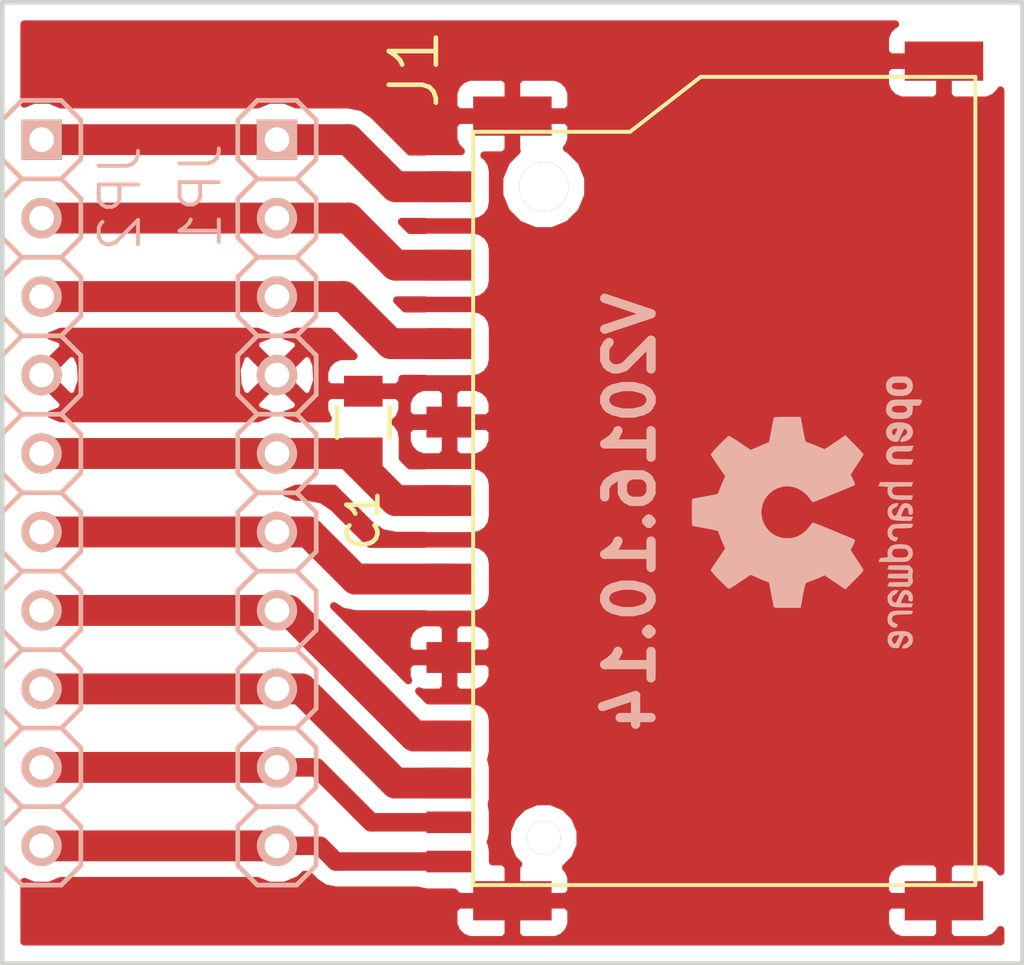
<source format=kicad_pcb>
(kicad_pcb (version 4) (host pcbnew 4.0.4+e1-6308~48~ubuntu16.04.1-stable)

  (general
    (links 27)
    (no_connects 0)
    (area 135.814999 45.009999 168.985001 76.275001)
    (thickness 1.6)
    (drawings 5)
    (tracks 39)
    (zones 0)
    (modules 5)
    (nets 11)
  )

  (page A4)
  (layers
    (0 F.Cu signal)
    (31 B.Cu signal)
    (32 B.Adhes user)
    (33 F.Adhes user)
    (34 B.Paste user)
    (35 F.Paste user)
    (36 B.SilkS user)
    (37 F.SilkS user)
    (38 B.Mask user)
    (39 F.Mask user)
    (40 Dwgs.User user)
    (41 Cmts.User user)
    (42 Eco1.User user)
    (43 Eco2.User user)
    (44 Edge.Cuts user)
    (45 Margin user)
    (46 B.CrtYd user)
    (47 F.CrtYd user)
    (48 B.Fab user)
    (49 F.Fab user)
  )

  (setup
    (last_trace_width 1)
    (user_trace_width 0.4)
    (user_trace_width 0.6)
    (user_trace_width 0.8)
    (user_trace_width 1)
    (user_trace_width 1.5)
    (trace_clearance 0.2)
    (zone_clearance 0.508)
    (zone_45_only no)
    (trace_min 0.2)
    (segment_width 0.2)
    (edge_width 0.15)
    (via_size 0.6)
    (via_drill 0.4)
    (via_min_size 0.4)
    (via_min_drill 0.3)
    (user_via 0.5 0.35)
    (user_via 0.6 0.4)
    (user_via 0.8 0.6)
    (user_via 1 0.8)
    (user_via 1.7 1.5)
    (uvia_size 0.3)
    (uvia_drill 0.1)
    (uvias_allowed no)
    (uvia_min_size 0.2)
    (uvia_min_drill 0.1)
    (pcb_text_width 0.3)
    (pcb_text_size 1.5 1.5)
    (mod_edge_width 0.15)
    (mod_text_size 1 1)
    (mod_text_width 0.15)
    (pad_size 1.524 1.524)
    (pad_drill 0.762)
    (pad_to_mask_clearance 0.2)
    (aux_axis_origin 0 0)
    (visible_elements FFFFFF7F)
    (pcbplotparams
      (layerselection 0x00030_80000001)
      (usegerberextensions false)
      (excludeedgelayer true)
      (linewidth 0.100000)
      (plotframeref false)
      (viasonmask false)
      (mode 1)
      (useauxorigin false)
      (hpglpennumber 1)
      (hpglpenspeed 20)
      (hpglpendiameter 15)
      (hpglpenoverlay 2)
      (psnegative false)
      (psa4output false)
      (plotreference true)
      (plotvalue true)
      (plotinvisibletext false)
      (padsonsilk false)
      (subtractmaskfromsilk false)
      (outputformat 1)
      (mirror false)
      (drillshape 1)
      (scaleselection 1)
      (outputdirectory ""))
  )

  (net 0 "")
  (net 1 GND)
  (net 2 +3V3)
  (net 3 "Net-(J1-Pad2)")
  (net 4 "Net-(J1-Pad9)")
  (net 5 "Net-(J1-Pad1)")
  (net 6 "Net-(J1-Pad5)")
  (net 7 "Net-(J1-Pad7)")
  (net 8 "Net-(J1-Pad8)")
  (net 9 "Net-(J1-PadCD)")
  (net 10 "Net-(J1-PadWP)")

  (net_class Default "This is the default net class."
    (clearance 0.2)
    (trace_width 0.25)
    (via_dia 0.6)
    (via_drill 0.4)
    (uvia_dia 0.3)
    (uvia_drill 0.1)
    (add_net +3V3)
    (add_net GND)
    (add_net "Net-(J1-Pad1)")
    (add_net "Net-(J1-Pad2)")
    (add_net "Net-(J1-Pad5)")
    (add_net "Net-(J1-Pad7)")
    (add_net "Net-(J1-Pad8)")
    (add_net "Net-(J1-Pad9)")
    (add_net "Net-(J1-PadCD)")
    (add_net "Net-(J1-PadWP)")
  )

  (module Capacitors_SMD:C_0805 (layer F.Cu) (tedit 57FE9B14) (tstamp 57FE92D0)
    (at 147.574 58.674 90)
    (descr "Capacitor SMD 0805, reflow soldering, AVX (see smccp.pdf)")
    (tags "capacitor 0805")
    (path /57FE9127)
    (attr smd)
    (fp_text reference C1 (at -3.175 0 90) (layer F.SilkS)
      (effects (font (size 1 1) (thickness 0.15)))
    )
    (fp_text value 1u (at 3.175 0 90) (layer F.Fab)
      (effects (font (size 1 1) (thickness 0.15)))
    )
    (fp_line (start -1 0.625) (end -1 -0.625) (layer F.Fab) (width 0.15))
    (fp_line (start 1 0.625) (end -1 0.625) (layer F.Fab) (width 0.15))
    (fp_line (start 1 -0.625) (end 1 0.625) (layer F.Fab) (width 0.15))
    (fp_line (start -1 -0.625) (end 1 -0.625) (layer F.Fab) (width 0.15))
    (fp_line (start -1.8 -1) (end 1.8 -1) (layer F.CrtYd) (width 0.05))
    (fp_line (start -1.8 1) (end 1.8 1) (layer F.CrtYd) (width 0.05))
    (fp_line (start -1.8 -1) (end -1.8 1) (layer F.CrtYd) (width 0.05))
    (fp_line (start 1.8 -1) (end 1.8 1) (layer F.CrtYd) (width 0.05))
    (fp_line (start 0.5 -0.85) (end -0.5 -0.85) (layer F.SilkS) (width 0.15))
    (fp_line (start -0.5 0.85) (end 0.5 0.85) (layer F.SilkS) (width 0.15))
    (pad 1 smd rect (at -1 0 90) (size 1 1.25) (layers F.Cu F.Paste F.Mask)
      (net 2 +3V3))
    (pad 2 smd rect (at 1 0 90) (size 1 1.25) (layers F.Cu F.Paste F.Mask)
      (net 1 GND))
    (model Capacitors_SMD.3dshapes/C_0805.wrl
      (at (xyz 0 0 0))
      (scale (xyz 1 1 1))
      (rotate (xyz 0 0 0))
    )
  )

  (module SquantorConnectors:SquantorConnectors-SDCMF-10915W010 (layer F.Cu) (tedit 57FFF36D) (tstamp 58018BFE)
    (at 163.83 60.96 90)
    (path /57FFF8B5)
    (attr smd)
    (fp_text reference J1 (at 13.716 -14.605 90) (layer F.SilkS)
      (effects (font (thickness 0.15)))
    )
    (fp_text value SDCMF-10915W010 (at 0.381 2.286 90) (layer F.Fab)
      (effects (font (thickness 0.15)))
    )
    (fp_line (start -12.7 -12.7) (end 11.684 -12.7) (layer F.SilkS) (width 0.127))
    (fp_line (start -12.7 -12.7) (end -12.7 3.556) (layer F.SilkS) (width 0.127))
    (fp_line (start -12.7 3.556) (end -11.43 3.556) (layer F.SilkS) (width 0.127))
    (fp_line (start -11.43 3.556) (end 12.192 3.556) (layer F.SilkS) (width 0.127))
    (fp_line (start 12.192 3.556) (end 13.462 3.556) (layer F.SilkS) (width 0.127))
    (fp_line (start 13.462 3.556) (end 13.462 -5.334) (layer F.SilkS) (width 0.127))
    (fp_line (start 11.684 -12.7) (end 11.684 -7.62) (layer F.SilkS) (width 0.127))
    (fp_line (start 11.684 -7.62) (end 13.462 -5.334) (layer F.SilkS) (width 0.127))
    (pad 1 smd rect (at 7.366 -13.462 180) (size 1.5 1) (layers F.Cu F.Paste F.Mask)
      (net 5 "Net-(J1-Pad1)"))
    (pad 2 smd rect (at 4.826 -13.462 180) (size 1.5 1) (layers F.Cu F.Paste F.Mask)
      (net 3 "Net-(J1-Pad2)"))
    (pad 3 smd rect (at 2.286 -13.462 180) (size 1.5 1) (layers F.Cu F.Paste F.Mask)
      (net 1 GND))
    (pad 4 smd rect (at -0.254 -13.462 180) (size 1.5 1) (layers F.Cu F.Paste F.Mask)
      (net 2 +3V3))
    (pad 5 smd rect (at -2.794 -13.462 180) (size 1.5 1) (layers F.Cu F.Paste F.Mask)
      (net 6 "Net-(J1-Pad5)"))
    (pad 6 smd rect (at -5.334 -13.462 180) (size 1.5 1) (layers F.Cu F.Paste F.Mask)
      (net 1 GND))
    (pad 7 smd rect (at -7.874 -13.462 180) (size 1.5 1) (layers F.Cu F.Paste F.Mask)
      (net 7 "Net-(J1-Pad7)"))
    (pad 8 smd rect (at -9.398 -13.462 180) (size 1.5 1) (layers F.Cu F.Paste F.Mask)
      (net 8 "Net-(J1-Pad8)"))
    (pad 9 smd rect (at 9.906 -13.462 180) (size 1.5 1) (layers F.Cu F.Paste F.Mask)
      (net 4 "Net-(J1-Pad9)"))
    (pad WP smd rect (at -11.938 -13.462 180) (size 1.5 0.7) (layers F.Cu F.Paste F.Mask)
      (net 10 "Net-(J1-PadWP)"))
    (pad CD smd rect (at -10.668 -13.462 180) (size 1.5 0.7) (layers F.Cu F.Paste F.Mask)
      (net 9 "Net-(J1-PadCD)"))
    (pad S4 smd rect (at 12.192 -11.43 180) (size 2.54 1.27) (layers F.Cu F.Paste F.Mask)
      (net 1 GND))
    (pad S3 smd rect (at 13.97 2.54 180) (size 2.54 1.27) (layers F.Cu F.Paste F.Mask)
      (net 1 GND))
    (pad S2 smd rect (at -13.208 2.54 180) (size 2.54 1.27) (layers F.Cu F.Paste F.Mask)
      (net 1 GND))
    (pad S1 smd rect (at -13.208 -11.43 180) (size 2.54 1.27) (layers F.Cu F.Paste F.Mask)
      (net 1 GND))
    (pad D1 thru_hole circle (at 9.906 -10.414 180) (size 1.6 1.6) (drill 1.6) (layers *.Cu *.Mask))
    (pad D2 thru_hole circle (at -11.176 -10.414 180) (size 1.1 1.1) (drill 1.1) (layers *.Cu *.Mask))
  )

  (module SquantorConnectors:SquantorConnectors-1X10_SMALL (layer B.Cu) (tedit 58010A96) (tstamp 57FE98ED)
    (at 137.16 60.96 270)
    (path /57FE9960)
    (attr virtual)
    (fp_text reference JP2 (at -9.525 -2.54 270) (layer B.SilkS)
      (effects (font (size 1.27 1.27) (thickness 0.127)) (justify mirror))
    )
    (fp_text value PINHD-1X10TH_NORMAL (at -1.27 -2.54 270) (layer B.Fab)
      (effects (font (size 1.27 1.27) (thickness 0.1016)) (justify mirror))
    )
    (fp_line (start 7.62 0.635) (end 8.255 1.27) (layer B.SilkS) (width 0.1524))
    (fp_line (start 8.255 1.27) (end 9.525 1.27) (layer B.SilkS) (width 0.1524))
    (fp_line (start 9.525 1.27) (end 10.16 0.635) (layer B.SilkS) (width 0.1524))
    (fp_line (start 10.16 0.635) (end 10.16 -0.635) (layer B.SilkS) (width 0.1524))
    (fp_line (start 10.16 -0.635) (end 9.525 -1.27) (layer B.SilkS) (width 0.1524))
    (fp_line (start 9.525 -1.27) (end 8.255 -1.27) (layer B.SilkS) (width 0.1524))
    (fp_line (start 8.255 -1.27) (end 7.62 -0.635) (layer B.SilkS) (width 0.1524))
    (fp_line (start 3.175 1.27) (end 4.445 1.27) (layer B.SilkS) (width 0.1524))
    (fp_line (start 4.445 1.27) (end 5.08 0.635) (layer B.SilkS) (width 0.1524))
    (fp_line (start 5.08 0.635) (end 5.08 -0.635) (layer B.SilkS) (width 0.1524))
    (fp_line (start 5.08 -0.635) (end 4.445 -1.27) (layer B.SilkS) (width 0.1524))
    (fp_line (start 5.08 0.635) (end 5.715 1.27) (layer B.SilkS) (width 0.1524))
    (fp_line (start 5.715 1.27) (end 6.985 1.27) (layer B.SilkS) (width 0.1524))
    (fp_line (start 6.985 1.27) (end 7.62 0.635) (layer B.SilkS) (width 0.1524))
    (fp_line (start 7.62 0.635) (end 7.62 -0.635) (layer B.SilkS) (width 0.1524))
    (fp_line (start 7.62 -0.635) (end 6.985 -1.27) (layer B.SilkS) (width 0.1524))
    (fp_line (start 6.985 -1.27) (end 5.715 -1.27) (layer B.SilkS) (width 0.1524))
    (fp_line (start 5.715 -1.27) (end 5.08 -0.635) (layer B.SilkS) (width 0.1524))
    (fp_line (start 0 0.635) (end 0.635 1.27) (layer B.SilkS) (width 0.1524))
    (fp_line (start 0.635 1.27) (end 1.905 1.27) (layer B.SilkS) (width 0.1524))
    (fp_line (start 1.905 1.27) (end 2.54 0.635) (layer B.SilkS) (width 0.1524))
    (fp_line (start 2.54 0.635) (end 2.54 -0.635) (layer B.SilkS) (width 0.1524))
    (fp_line (start 2.54 -0.635) (end 1.905 -1.27) (layer B.SilkS) (width 0.1524))
    (fp_line (start 1.905 -1.27) (end 0.635 -1.27) (layer B.SilkS) (width 0.1524))
    (fp_line (start 0.635 -1.27) (end 0 -0.635) (layer B.SilkS) (width 0.1524))
    (fp_line (start 3.175 1.27) (end 2.54 0.635) (layer B.SilkS) (width 0.1524))
    (fp_line (start 2.54 -0.635) (end 3.175 -1.27) (layer B.SilkS) (width 0.1524))
    (fp_line (start 4.445 -1.27) (end 3.175 -1.27) (layer B.SilkS) (width 0.1524))
    (fp_line (start -4.445 1.27) (end -3.175 1.27) (layer B.SilkS) (width 0.1524))
    (fp_line (start -3.175 1.27) (end -2.54 0.635) (layer B.SilkS) (width 0.1524))
    (fp_line (start -2.54 0.635) (end -2.54 -0.635) (layer B.SilkS) (width 0.1524))
    (fp_line (start -2.54 -0.635) (end -3.175 -1.27) (layer B.SilkS) (width 0.1524))
    (fp_line (start -2.54 0.635) (end -1.905 1.27) (layer B.SilkS) (width 0.1524))
    (fp_line (start -1.905 1.27) (end -0.635 1.27) (layer B.SilkS) (width 0.1524))
    (fp_line (start -0.635 1.27) (end 0 0.635) (layer B.SilkS) (width 0.1524))
    (fp_line (start 0 0.635) (end 0 -0.635) (layer B.SilkS) (width 0.1524))
    (fp_line (start 0 -0.635) (end -0.635 -1.27) (layer B.SilkS) (width 0.1524))
    (fp_line (start -0.635 -1.27) (end -1.905 -1.27) (layer B.SilkS) (width 0.1524))
    (fp_line (start -1.905 -1.27) (end -2.54 -0.635) (layer B.SilkS) (width 0.1524))
    (fp_line (start -7.62 0.635) (end -6.985 1.27) (layer B.SilkS) (width 0.1524))
    (fp_line (start -6.985 1.27) (end -5.715 1.27) (layer B.SilkS) (width 0.1524))
    (fp_line (start -5.715 1.27) (end -5.08 0.635) (layer B.SilkS) (width 0.1524))
    (fp_line (start -5.08 0.635) (end -5.08 -0.635) (layer B.SilkS) (width 0.1524))
    (fp_line (start -5.08 -0.635) (end -5.715 -1.27) (layer B.SilkS) (width 0.1524))
    (fp_line (start -5.715 -1.27) (end -6.985 -1.27) (layer B.SilkS) (width 0.1524))
    (fp_line (start -6.985 -1.27) (end -7.62 -0.635) (layer B.SilkS) (width 0.1524))
    (fp_line (start -4.445 1.27) (end -5.08 0.635) (layer B.SilkS) (width 0.1524))
    (fp_line (start -5.08 -0.635) (end -4.445 -1.27) (layer B.SilkS) (width 0.1524))
    (fp_line (start -3.175 -1.27) (end -4.445 -1.27) (layer B.SilkS) (width 0.1524))
    (fp_line (start -12.065 1.27) (end -10.795 1.27) (layer B.SilkS) (width 0.1524))
    (fp_line (start -10.795 1.27) (end -10.16 0.635) (layer B.SilkS) (width 0.1524))
    (fp_line (start -10.16 0.635) (end -10.16 -0.635) (layer B.SilkS) (width 0.1524))
    (fp_line (start -10.16 -0.635) (end -10.795 -1.27) (layer B.SilkS) (width 0.1524))
    (fp_line (start -10.16 0.635) (end -9.525 1.27) (layer B.SilkS) (width 0.1524))
    (fp_line (start -9.525 1.27) (end -8.255 1.27) (layer B.SilkS) (width 0.1524))
    (fp_line (start -8.255 1.27) (end -7.62 0.635) (layer B.SilkS) (width 0.1524))
    (fp_line (start -7.62 0.635) (end -7.62 -0.635) (layer B.SilkS) (width 0.1524))
    (fp_line (start -7.62 -0.635) (end -8.255 -1.27) (layer B.SilkS) (width 0.1524))
    (fp_line (start -8.255 -1.27) (end -9.525 -1.27) (layer B.SilkS) (width 0.1524))
    (fp_line (start -9.525 -1.27) (end -10.16 -0.635) (layer B.SilkS) (width 0.1524))
    (fp_line (start -12.7 0.635) (end -12.7 -0.635) (layer B.SilkS) (width 0.1524))
    (fp_line (start -12.065 1.27) (end -12.7 0.635) (layer B.SilkS) (width 0.1524))
    (fp_line (start -12.7 -0.635) (end -12.065 -1.27) (layer B.SilkS) (width 0.1524))
    (fp_line (start -10.795 -1.27) (end -12.065 -1.27) (layer B.SilkS) (width 0.1524))
    (fp_line (start 10.795 1.27) (end 12.065 1.27) (layer B.SilkS) (width 0.1524))
    (fp_line (start 12.065 1.27) (end 12.7 0.635) (layer B.SilkS) (width 0.1524))
    (fp_line (start 12.7 0.635) (end 12.7 -0.635) (layer B.SilkS) (width 0.1524))
    (fp_line (start 12.7 -0.635) (end 12.065 -1.27) (layer B.SilkS) (width 0.1524))
    (fp_line (start 10.795 1.27) (end 10.16 0.635) (layer B.SilkS) (width 0.1524))
    (fp_line (start 10.16 -0.635) (end 10.795 -1.27) (layer B.SilkS) (width 0.1524))
    (fp_line (start 12.065 -1.27) (end 10.795 -1.27) (layer B.SilkS) (width 0.1524))
    (pad 1 thru_hole rect (at -11.43 0 270) (size 1.30556 1.30556) (drill 0.79756) (layers *.Cu *.Mask B.Paste B.SilkS)
      (net 4 "Net-(J1-Pad9)"))
    (pad 2 thru_hole circle (at -8.89 0 270) (size 1.30556 1.30556) (drill 0.79756) (layers *.Cu *.Mask B.Paste B.SilkS)
      (net 5 "Net-(J1-Pad1)"))
    (pad 3 thru_hole circle (at -6.35 0 270) (size 1.30556 1.30556) (drill 0.79756) (layers *.Cu *.Mask B.Paste B.SilkS)
      (net 3 "Net-(J1-Pad2)"))
    (pad 4 thru_hole circle (at -3.81 0 270) (size 1.30556 1.30556) (drill 0.79756) (layers *.Cu *.Mask B.Paste B.SilkS)
      (net 1 GND))
    (pad 5 thru_hole circle (at -1.27 0 270) (size 1.30556 1.30556) (drill 0.79756) (layers *.Cu *.Mask B.Paste B.SilkS)
      (net 2 +3V3))
    (pad 6 thru_hole circle (at 1.27 0 270) (size 1.30556 1.30556) (drill 0.79756) (layers *.Cu *.Mask B.Paste B.SilkS)
      (net 6 "Net-(J1-Pad5)"))
    (pad 7 thru_hole circle (at 3.81 0 270) (size 1.30556 1.30556) (drill 0.79756) (layers *.Cu *.Mask B.Paste B.SilkS)
      (net 7 "Net-(J1-Pad7)"))
    (pad 8 thru_hole circle (at 6.35 0 270) (size 1.30556 1.30556) (drill 0.79756) (layers *.Cu *.Mask B.Paste B.SilkS)
      (net 8 "Net-(J1-Pad8)"))
    (pad 9 thru_hole circle (at 8.89 0 270) (size 1.30556 1.30556) (drill 0.79756) (layers *.Cu *.Mask B.Paste B.SilkS)
      (net 9 "Net-(J1-PadCD)"))
    (pad 10 thru_hole circle (at 11.43 0 270) (size 1.30556 1.30556) (drill 0.79756) (layers *.Cu *.Mask B.Paste B.SilkS)
      (net 10 "Net-(J1-PadWP)"))
  )

  (module SquantorConnectors:SquantorConnectors-1X10_SMALL (layer B.Cu) (tedit 58010A9D) (tstamp 57FE9968)
    (at 144.78 60.96 270)
    (path /57FE990F)
    (attr virtual)
    (fp_text reference JP1 (at -9.6012 2.4638 270) (layer B.SilkS)
      (effects (font (size 1.27 1.27) (thickness 0.127)) (justify mirror))
    )
    (fp_text value PINHD-1X10TH_NORMAL (at -1.27 2.54 270) (layer B.Fab)
      (effects (font (size 1.27 1.27) (thickness 0.1016)) (justify mirror))
    )
    (fp_line (start 7.62 0.635) (end 8.255 1.27) (layer B.SilkS) (width 0.1524))
    (fp_line (start 8.255 1.27) (end 9.525 1.27) (layer B.SilkS) (width 0.1524))
    (fp_line (start 9.525 1.27) (end 10.16 0.635) (layer B.SilkS) (width 0.1524))
    (fp_line (start 10.16 0.635) (end 10.16 -0.635) (layer B.SilkS) (width 0.1524))
    (fp_line (start 10.16 -0.635) (end 9.525 -1.27) (layer B.SilkS) (width 0.1524))
    (fp_line (start 9.525 -1.27) (end 8.255 -1.27) (layer B.SilkS) (width 0.1524))
    (fp_line (start 8.255 -1.27) (end 7.62 -0.635) (layer B.SilkS) (width 0.1524))
    (fp_line (start 3.175 1.27) (end 4.445 1.27) (layer B.SilkS) (width 0.1524))
    (fp_line (start 4.445 1.27) (end 5.08 0.635) (layer B.SilkS) (width 0.1524))
    (fp_line (start 5.08 0.635) (end 5.08 -0.635) (layer B.SilkS) (width 0.1524))
    (fp_line (start 5.08 -0.635) (end 4.445 -1.27) (layer B.SilkS) (width 0.1524))
    (fp_line (start 5.08 0.635) (end 5.715 1.27) (layer B.SilkS) (width 0.1524))
    (fp_line (start 5.715 1.27) (end 6.985 1.27) (layer B.SilkS) (width 0.1524))
    (fp_line (start 6.985 1.27) (end 7.62 0.635) (layer B.SilkS) (width 0.1524))
    (fp_line (start 7.62 0.635) (end 7.62 -0.635) (layer B.SilkS) (width 0.1524))
    (fp_line (start 7.62 -0.635) (end 6.985 -1.27) (layer B.SilkS) (width 0.1524))
    (fp_line (start 6.985 -1.27) (end 5.715 -1.27) (layer B.SilkS) (width 0.1524))
    (fp_line (start 5.715 -1.27) (end 5.08 -0.635) (layer B.SilkS) (width 0.1524))
    (fp_line (start 0 0.635) (end 0.635 1.27) (layer B.SilkS) (width 0.1524))
    (fp_line (start 0.635 1.27) (end 1.905 1.27) (layer B.SilkS) (width 0.1524))
    (fp_line (start 1.905 1.27) (end 2.54 0.635) (layer B.SilkS) (width 0.1524))
    (fp_line (start 2.54 0.635) (end 2.54 -0.635) (layer B.SilkS) (width 0.1524))
    (fp_line (start 2.54 -0.635) (end 1.905 -1.27) (layer B.SilkS) (width 0.1524))
    (fp_line (start 1.905 -1.27) (end 0.635 -1.27) (layer B.SilkS) (width 0.1524))
    (fp_line (start 0.635 -1.27) (end 0 -0.635) (layer B.SilkS) (width 0.1524))
    (fp_line (start 3.175 1.27) (end 2.54 0.635) (layer B.SilkS) (width 0.1524))
    (fp_line (start 2.54 -0.635) (end 3.175 -1.27) (layer B.SilkS) (width 0.1524))
    (fp_line (start 4.445 -1.27) (end 3.175 -1.27) (layer B.SilkS) (width 0.1524))
    (fp_line (start -4.445 1.27) (end -3.175 1.27) (layer B.SilkS) (width 0.1524))
    (fp_line (start -3.175 1.27) (end -2.54 0.635) (layer B.SilkS) (width 0.1524))
    (fp_line (start -2.54 0.635) (end -2.54 -0.635) (layer B.SilkS) (width 0.1524))
    (fp_line (start -2.54 -0.635) (end -3.175 -1.27) (layer B.SilkS) (width 0.1524))
    (fp_line (start -2.54 0.635) (end -1.905 1.27) (layer B.SilkS) (width 0.1524))
    (fp_line (start -1.905 1.27) (end -0.635 1.27) (layer B.SilkS) (width 0.1524))
    (fp_line (start -0.635 1.27) (end 0 0.635) (layer B.SilkS) (width 0.1524))
    (fp_line (start 0 0.635) (end 0 -0.635) (layer B.SilkS) (width 0.1524))
    (fp_line (start 0 -0.635) (end -0.635 -1.27) (layer B.SilkS) (width 0.1524))
    (fp_line (start -0.635 -1.27) (end -1.905 -1.27) (layer B.SilkS) (width 0.1524))
    (fp_line (start -1.905 -1.27) (end -2.54 -0.635) (layer B.SilkS) (width 0.1524))
    (fp_line (start -7.62 0.635) (end -6.985 1.27) (layer B.SilkS) (width 0.1524))
    (fp_line (start -6.985 1.27) (end -5.715 1.27) (layer B.SilkS) (width 0.1524))
    (fp_line (start -5.715 1.27) (end -5.08 0.635) (layer B.SilkS) (width 0.1524))
    (fp_line (start -5.08 0.635) (end -5.08 -0.635) (layer B.SilkS) (width 0.1524))
    (fp_line (start -5.08 -0.635) (end -5.715 -1.27) (layer B.SilkS) (width 0.1524))
    (fp_line (start -5.715 -1.27) (end -6.985 -1.27) (layer B.SilkS) (width 0.1524))
    (fp_line (start -6.985 -1.27) (end -7.62 -0.635) (layer B.SilkS) (width 0.1524))
    (fp_line (start -4.445 1.27) (end -5.08 0.635) (layer B.SilkS) (width 0.1524))
    (fp_line (start -5.08 -0.635) (end -4.445 -1.27) (layer B.SilkS) (width 0.1524))
    (fp_line (start -3.175 -1.27) (end -4.445 -1.27) (layer B.SilkS) (width 0.1524))
    (fp_line (start -12.065 1.27) (end -10.795 1.27) (layer B.SilkS) (width 0.1524))
    (fp_line (start -10.795 1.27) (end -10.16 0.635) (layer B.SilkS) (width 0.1524))
    (fp_line (start -10.16 0.635) (end -10.16 -0.635) (layer B.SilkS) (width 0.1524))
    (fp_line (start -10.16 -0.635) (end -10.795 -1.27) (layer B.SilkS) (width 0.1524))
    (fp_line (start -10.16 0.635) (end -9.525 1.27) (layer B.SilkS) (width 0.1524))
    (fp_line (start -9.525 1.27) (end -8.255 1.27) (layer B.SilkS) (width 0.1524))
    (fp_line (start -8.255 1.27) (end -7.62 0.635) (layer B.SilkS) (width 0.1524))
    (fp_line (start -7.62 0.635) (end -7.62 -0.635) (layer B.SilkS) (width 0.1524))
    (fp_line (start -7.62 -0.635) (end -8.255 -1.27) (layer B.SilkS) (width 0.1524))
    (fp_line (start -8.255 -1.27) (end -9.525 -1.27) (layer B.SilkS) (width 0.1524))
    (fp_line (start -9.525 -1.27) (end -10.16 -0.635) (layer B.SilkS) (width 0.1524))
    (fp_line (start -12.7 0.635) (end -12.7 -0.635) (layer B.SilkS) (width 0.1524))
    (fp_line (start -12.065 1.27) (end -12.7 0.635) (layer B.SilkS) (width 0.1524))
    (fp_line (start -12.7 -0.635) (end -12.065 -1.27) (layer B.SilkS) (width 0.1524))
    (fp_line (start -10.795 -1.27) (end -12.065 -1.27) (layer B.SilkS) (width 0.1524))
    (fp_line (start 10.795 1.27) (end 12.065 1.27) (layer B.SilkS) (width 0.1524))
    (fp_line (start 12.065 1.27) (end 12.7 0.635) (layer B.SilkS) (width 0.1524))
    (fp_line (start 12.7 0.635) (end 12.7 -0.635) (layer B.SilkS) (width 0.1524))
    (fp_line (start 12.7 -0.635) (end 12.065 -1.27) (layer B.SilkS) (width 0.1524))
    (fp_line (start 10.795 1.27) (end 10.16 0.635) (layer B.SilkS) (width 0.1524))
    (fp_line (start 10.16 -0.635) (end 10.795 -1.27) (layer B.SilkS) (width 0.1524))
    (fp_line (start 12.065 -1.27) (end 10.795 -1.27) (layer B.SilkS) (width 0.1524))
    (pad 1 thru_hole rect (at -11.43 0 270) (size 1.30556 1.30556) (drill 0.79756) (layers *.Cu *.Mask B.Paste B.SilkS)
      (net 4 "Net-(J1-Pad9)"))
    (pad 2 thru_hole circle (at -8.89 0 270) (size 1.30556 1.30556) (drill 0.79756) (layers *.Cu *.Mask B.Paste B.SilkS)
      (net 5 "Net-(J1-Pad1)"))
    (pad 3 thru_hole circle (at -6.35 0 270) (size 1.30556 1.30556) (drill 0.79756) (layers *.Cu *.Mask B.Paste B.SilkS)
      (net 3 "Net-(J1-Pad2)"))
    (pad 4 thru_hole circle (at -3.81 0 270) (size 1.30556 1.30556) (drill 0.79756) (layers *.Cu *.Mask B.Paste B.SilkS)
      (net 1 GND))
    (pad 5 thru_hole circle (at -1.27 0 270) (size 1.30556 1.30556) (drill 0.79756) (layers *.Cu *.Mask B.Paste B.SilkS)
      (net 2 +3V3))
    (pad 6 thru_hole circle (at 1.27 0 270) (size 1.30556 1.30556) (drill 0.79756) (layers *.Cu *.Mask B.Paste B.SilkS)
      (net 6 "Net-(J1-Pad5)"))
    (pad 7 thru_hole circle (at 3.81 0 270) (size 1.30556 1.30556) (drill 0.79756) (layers *.Cu *.Mask B.Paste B.SilkS)
      (net 7 "Net-(J1-Pad7)"))
    (pad 8 thru_hole circle (at 6.35 0 270) (size 1.30556 1.30556) (drill 0.79756) (layers *.Cu *.Mask B.Paste B.SilkS)
      (net 8 "Net-(J1-Pad8)"))
    (pad 9 thru_hole circle (at 8.89 0 270) (size 1.30556 1.30556) (drill 0.79756) (layers *.Cu *.Mask B.Paste B.SilkS)
      (net 9 "Net-(J1-PadCD)"))
    (pad 10 thru_hole circle (at 11.43 0 270) (size 1.30556 1.30556) (drill 0.79756) (layers *.Cu *.Mask B.Paste B.SilkS)
      (net 10 "Net-(J1-PadWP)"))
  )

  (module Symbols:OSHW-Logo2_9.8x8mm_SilkScreen (layer B.Cu) (tedit 0) (tstamp 58025E68)
    (at 161.925 61.595 270)
    (descr "Open Source Hardware Symbol")
    (tags "Logo Symbol OSHW")
    (attr virtual)
    (fp_text reference REF*** (at 0 0 270) (layer B.SilkS) hide
      (effects (font (size 1 1) (thickness 0.15)) (justify mirror))
    )
    (fp_text value OSHW-Logo2_9.8x8mm_SilkScreen (at 0.75 0 270) (layer B.Fab) hide
      (effects (font (size 1 1) (thickness 0.15)) (justify mirror))
    )
    (fp_poly (pts (xy -3.231114 -2.584505) (xy -3.156461 -2.621727) (xy -3.090569 -2.690261) (xy -3.072423 -2.715648)
      (xy -3.052655 -2.748866) (xy -3.039828 -2.784945) (xy -3.03249 -2.833098) (xy -3.029187 -2.902536)
      (xy -3.028462 -2.994206) (xy -3.031737 -3.11983) (xy -3.043123 -3.214154) (xy -3.064959 -3.284523)
      (xy -3.099581 -3.338286) (xy -3.14933 -3.382788) (xy -3.152986 -3.385423) (xy -3.202015 -3.412377)
      (xy -3.261055 -3.425712) (xy -3.336141 -3.429) (xy -3.458205 -3.429) (xy -3.458256 -3.547497)
      (xy -3.459392 -3.613492) (xy -3.466314 -3.652202) (xy -3.484402 -3.675419) (xy -3.519038 -3.694933)
      (xy -3.527355 -3.69892) (xy -3.56628 -3.717603) (xy -3.596417 -3.729403) (xy -3.618826 -3.730422)
      (xy -3.634567 -3.716761) (xy -3.644698 -3.684522) (xy -3.650277 -3.629804) (xy -3.652365 -3.548711)
      (xy -3.652019 -3.437344) (xy -3.6503 -3.291802) (xy -3.649763 -3.248269) (xy -3.647828 -3.098205)
      (xy -3.646096 -3.000042) (xy -3.458308 -3.000042) (xy -3.457252 -3.083364) (xy -3.452562 -3.13788)
      (xy -3.441949 -3.173837) (xy -3.423128 -3.201482) (xy -3.41035 -3.214965) (xy -3.35811 -3.254417)
      (xy -3.311858 -3.257628) (xy -3.264133 -3.225049) (xy -3.262923 -3.223846) (xy -3.243506 -3.198668)
      (xy -3.231693 -3.164447) (xy -3.225735 -3.111748) (xy -3.22388 -3.031131) (xy -3.223846 -3.013271)
      (xy -3.22833 -2.902175) (xy -3.242926 -2.825161) (xy -3.26935 -2.778147) (xy -3.309317 -2.75705)
      (xy -3.332416 -2.754923) (xy -3.387238 -2.7649) (xy -3.424842 -2.797752) (xy -3.447477 -2.857857)
      (xy -3.457394 -2.949598) (xy -3.458308 -3.000042) (xy -3.646096 -3.000042) (xy -3.645778 -2.98206)
      (xy -3.643127 -2.894679) (xy -3.639394 -2.830905) (xy -3.634093 -2.785582) (xy -3.626742 -2.753555)
      (xy -3.616857 -2.729668) (xy -3.603954 -2.708764) (xy -3.598421 -2.700898) (xy -3.525031 -2.626595)
      (xy -3.43224 -2.584467) (xy -3.324904 -2.572722) (xy -3.231114 -2.584505)) (layer B.SilkS) (width 0.01))
    (fp_poly (pts (xy -1.728336 -2.595089) (xy -1.665633 -2.631358) (xy -1.622039 -2.667358) (xy -1.590155 -2.705075)
      (xy -1.56819 -2.751199) (xy -1.554351 -2.812421) (xy -1.546847 -2.895431) (xy -1.543883 -3.006919)
      (xy -1.543539 -3.087062) (xy -1.543539 -3.382065) (xy -1.709615 -3.456515) (xy -1.719385 -3.133402)
      (xy -1.723421 -3.012729) (xy -1.727656 -2.925141) (xy -1.732903 -2.86465) (xy -1.739975 -2.825268)
      (xy -1.749689 -2.801007) (xy -1.762856 -2.78588) (xy -1.767081 -2.782606) (xy -1.831091 -2.757034)
      (xy -1.895792 -2.767153) (xy -1.934308 -2.794) (xy -1.949975 -2.813024) (xy -1.96082 -2.837988)
      (xy -1.967712 -2.875834) (xy -1.971521 -2.933502) (xy -1.973117 -3.017935) (xy -1.973385 -3.105928)
      (xy -1.973437 -3.216323) (xy -1.975328 -3.294463) (xy -1.981655 -3.347165) (xy -1.995017 -3.381242)
      (xy -2.018015 -3.403511) (xy -2.053246 -3.420787) (xy -2.100303 -3.438738) (xy -2.151697 -3.458278)
      (xy -2.145579 -3.111485) (xy -2.143116 -2.986468) (xy -2.140233 -2.894082) (xy -2.136102 -2.827881)
      (xy -2.129893 -2.78142) (xy -2.120774 -2.748256) (xy -2.107917 -2.721944) (xy -2.092416 -2.698729)
      (xy -2.017629 -2.624569) (xy -1.926372 -2.581684) (xy -1.827117 -2.571412) (xy -1.728336 -2.595089)) (layer B.SilkS) (width 0.01))
    (fp_poly (pts (xy -3.983114 -2.587256) (xy -3.891536 -2.635409) (xy -3.823951 -2.712905) (xy -3.799943 -2.762727)
      (xy -3.781262 -2.837533) (xy -3.771699 -2.932052) (xy -3.770792 -3.03521) (xy -3.778079 -3.135935)
      (xy -3.793097 -3.223153) (xy -3.815385 -3.285791) (xy -3.822235 -3.296579) (xy -3.903368 -3.377105)
      (xy -3.999734 -3.425336) (xy -4.104299 -3.43945) (xy -4.210032 -3.417629) (xy -4.239457 -3.404547)
      (xy -4.296759 -3.364231) (xy -4.34705 -3.310775) (xy -4.351803 -3.303995) (xy -4.371122 -3.271321)
      (xy -4.383892 -3.236394) (xy -4.391436 -3.190414) (xy -4.395076 -3.124584) (xy -4.396135 -3.030105)
      (xy -4.396154 -3.008923) (xy -4.396106 -3.002182) (xy -4.200769 -3.002182) (xy -4.199632 -3.091349)
      (xy -4.195159 -3.15052) (xy -4.185754 -3.188741) (xy -4.169824 -3.215053) (xy -4.161692 -3.223846)
      (xy -4.114942 -3.257261) (xy -4.069553 -3.255737) (xy -4.02366 -3.226752) (xy -3.996288 -3.195809)
      (xy -3.980077 -3.150643) (xy -3.970974 -3.07942) (xy -3.970349 -3.071114) (xy -3.968796 -2.942037)
      (xy -3.985035 -2.846172) (xy -4.018848 -2.784107) (xy -4.070016 -2.756432) (xy -4.08828 -2.754923)
      (xy -4.13624 -2.762513) (xy -4.169047 -2.788808) (xy -4.189105 -2.839095) (xy -4.198822 -2.918664)
      (xy -4.200769 -3.002182) (xy -4.396106 -3.002182) (xy -4.395426 -2.908249) (xy -4.392371 -2.837906)
      (xy -4.385678 -2.789163) (xy -4.37404 -2.753288) (xy -4.356147 -2.721548) (xy -4.352192 -2.715648)
      (xy -4.285733 -2.636104) (xy -4.213315 -2.589929) (xy -4.125151 -2.571599) (xy -4.095213 -2.570703)
      (xy -3.983114 -2.587256)) (layer B.SilkS) (width 0.01))
    (fp_poly (pts (xy -2.465746 -2.599745) (xy -2.388714 -2.651567) (xy -2.329184 -2.726412) (xy -2.293622 -2.821654)
      (xy -2.286429 -2.891756) (xy -2.287246 -2.921009) (xy -2.294086 -2.943407) (xy -2.312888 -2.963474)
      (xy -2.349592 -2.985733) (xy -2.410138 -3.014709) (xy -2.500466 -3.054927) (xy -2.500923 -3.055129)
      (xy -2.584067 -3.09321) (xy -2.652247 -3.127025) (xy -2.698495 -3.152933) (xy -2.715842 -3.167295)
      (xy -2.715846 -3.167411) (xy -2.700557 -3.198685) (xy -2.664804 -3.233157) (xy -2.623758 -3.25799)
      (xy -2.602963 -3.262923) (xy -2.54623 -3.245862) (xy -2.497373 -3.203133) (xy -2.473535 -3.156155)
      (xy -2.450603 -3.121522) (xy -2.405682 -3.082081) (xy -2.352877 -3.048009) (xy -2.30629 -3.02948)
      (xy -2.296548 -3.028462) (xy -2.285582 -3.045215) (xy -2.284921 -3.088039) (xy -2.29298 -3.145781)
      (xy -2.308173 -3.207289) (xy -2.328914 -3.261409) (xy -2.329962 -3.26351) (xy -2.392379 -3.35066)
      (xy -2.473274 -3.409939) (xy -2.565144 -3.439034) (xy -2.660487 -3.435634) (xy -2.751802 -3.397428)
      (xy -2.755862 -3.394741) (xy -2.827694 -3.329642) (xy -2.874927 -3.244705) (xy -2.901066 -3.133021)
      (xy -2.904574 -3.101643) (xy -2.910787 -2.953536) (xy -2.903339 -2.884468) (xy -2.715846 -2.884468)
      (xy -2.71341 -2.927552) (xy -2.700086 -2.940126) (xy -2.666868 -2.930719) (xy -2.614506 -2.908483)
      (xy -2.555976 -2.88061) (xy -2.554521 -2.879872) (xy -2.504911 -2.853777) (xy -2.485 -2.836363)
      (xy -2.48991 -2.818107) (xy -2.510584 -2.79412) (xy -2.563181 -2.759406) (xy -2.619823 -2.756856)
      (xy -2.670631 -2.782119) (xy -2.705724 -2.830847) (xy -2.715846 -2.884468) (xy -2.903339 -2.884468)
      (xy -2.898008 -2.835036) (xy -2.865222 -2.741055) (xy -2.819579 -2.675215) (xy -2.737198 -2.608681)
      (xy -2.646454 -2.575676) (xy -2.553815 -2.573573) (xy -2.465746 -2.599745)) (layer B.SilkS) (width 0.01))
    (fp_poly (pts (xy -0.840154 -2.49212) (xy -0.834428 -2.57198) (xy -0.827851 -2.619039) (xy -0.818738 -2.639566)
      (xy -0.805402 -2.639829) (xy -0.801077 -2.637378) (xy -0.743556 -2.619636) (xy -0.668732 -2.620672)
      (xy -0.592661 -2.63891) (xy -0.545082 -2.662505) (xy -0.496298 -2.700198) (xy -0.460636 -2.742855)
      (xy -0.436155 -2.797057) (xy -0.420913 -2.869384) (xy -0.41297 -2.966419) (xy -0.410384 -3.094742)
      (xy -0.410338 -3.119358) (xy -0.410308 -3.39587) (xy -0.471839 -3.41732) (xy -0.515541 -3.431912)
      (xy -0.539518 -3.438706) (xy -0.540223 -3.438769) (xy -0.542585 -3.420345) (xy -0.544594 -3.369526)
      (xy -0.546099 -3.292993) (xy -0.546947 -3.19743) (xy -0.547077 -3.139329) (xy -0.547349 -3.024771)
      (xy -0.548748 -2.942667) (xy -0.552151 -2.886393) (xy -0.558433 -2.849326) (xy -0.568471 -2.824844)
      (xy -0.583139 -2.806325) (xy -0.592298 -2.797406) (xy -0.655211 -2.761466) (xy -0.723864 -2.758775)
      (xy -0.786152 -2.78917) (xy -0.797671 -2.800144) (xy -0.814567 -2.820779) (xy -0.826286 -2.845256)
      (xy -0.833767 -2.880647) (xy -0.837946 -2.934026) (xy -0.839763 -3.012466) (xy -0.840154 -3.120617)
      (xy -0.840154 -3.39587) (xy -0.901685 -3.41732) (xy -0.945387 -3.431912) (xy -0.969364 -3.438706)
      (xy -0.97007 -3.438769) (xy -0.971874 -3.420069) (xy -0.9735 -3.367322) (xy -0.974883 -3.285557)
      (xy -0.975958 -3.179805) (xy -0.97666 -3.055094) (xy -0.976923 -2.916455) (xy -0.976923 -2.381806)
      (xy -0.849923 -2.328236) (xy -0.840154 -2.49212)) (layer B.SilkS) (width 0.01))
    (fp_poly (pts (xy 0.053501 -2.626303) (xy 0.13006 -2.654733) (xy 0.130936 -2.655279) (xy 0.178285 -2.690127)
      (xy 0.213241 -2.730852) (xy 0.237825 -2.783925) (xy 0.254062 -2.855814) (xy 0.263975 -2.952992)
      (xy 0.269586 -3.081928) (xy 0.270077 -3.100298) (xy 0.277141 -3.377287) (xy 0.217695 -3.408028)
      (xy 0.174681 -3.428802) (xy 0.14871 -3.438646) (xy 0.147509 -3.438769) (xy 0.143014 -3.420606)
      (xy 0.139444 -3.371612) (xy 0.137248 -3.300031) (xy 0.136769 -3.242068) (xy 0.136758 -3.14817)
      (xy 0.132466 -3.089203) (xy 0.117503 -3.061079) (xy 0.085482 -3.059706) (xy 0.030014 -3.080998)
      (xy -0.053731 -3.120136) (xy -0.115311 -3.152643) (xy -0.146983 -3.180845) (xy -0.156294 -3.211582)
      (xy -0.156308 -3.213104) (xy -0.140943 -3.266054) (xy -0.095453 -3.29466) (xy -0.025834 -3.298803)
      (xy 0.024313 -3.298084) (xy 0.050754 -3.312527) (xy 0.067243 -3.347218) (xy 0.076733 -3.391416)
      (xy 0.063057 -3.416493) (xy 0.057907 -3.420082) (xy 0.009425 -3.434496) (xy -0.058469 -3.436537)
      (xy -0.128388 -3.426983) (xy -0.177932 -3.409522) (xy -0.24643 -3.351364) (xy -0.285366 -3.270408)
      (xy -0.293077 -3.20716) (xy -0.287193 -3.150111) (xy -0.265899 -3.103542) (xy -0.223735 -3.062181)
      (xy -0.155241 -3.020755) (xy -0.054956 -2.973993) (xy -0.048846 -2.97135) (xy 0.04149 -2.929617)
      (xy 0.097235 -2.895391) (xy 0.121129 -2.864635) (xy 0.115913 -2.833311) (xy 0.084328 -2.797383)
      (xy 0.074883 -2.789116) (xy 0.011617 -2.757058) (xy -0.053936 -2.758407) (xy -0.111028 -2.789838)
      (xy -0.148907 -2.848024) (xy -0.152426 -2.859446) (xy -0.1867 -2.914837) (xy -0.230191 -2.941518)
      (xy -0.293077 -2.96796) (xy -0.293077 -2.899548) (xy -0.273948 -2.80011) (xy -0.217169 -2.708902)
      (xy -0.187622 -2.678389) (xy -0.120458 -2.639228) (xy -0.035044 -2.6215) (xy 0.053501 -2.626303)) (layer B.SilkS) (width 0.01))
    (fp_poly (pts (xy 0.713362 -2.62467) (xy 0.802117 -2.657421) (xy 0.874022 -2.71535) (xy 0.902144 -2.756128)
      (xy 0.932802 -2.830954) (xy 0.932165 -2.885058) (xy 0.899987 -2.921446) (xy 0.888081 -2.927633)
      (xy 0.836675 -2.946925) (xy 0.810422 -2.941982) (xy 0.80153 -2.909587) (xy 0.801077 -2.891692)
      (xy 0.784797 -2.825859) (xy 0.742365 -2.779807) (xy 0.683388 -2.757564) (xy 0.617475 -2.763161)
      (xy 0.563895 -2.792229) (xy 0.545798 -2.80881) (xy 0.532971 -2.828925) (xy 0.524306 -2.859332)
      (xy 0.518696 -2.906788) (xy 0.515035 -2.97805) (xy 0.512215 -3.079875) (xy 0.511484 -3.112115)
      (xy 0.50882 -3.22241) (xy 0.505792 -3.300036) (xy 0.50125 -3.351396) (xy 0.494046 -3.38289)
      (xy 0.483033 -3.40092) (xy 0.46706 -3.411888) (xy 0.456834 -3.416733) (xy 0.413406 -3.433301)
      (xy 0.387842 -3.438769) (xy 0.379395 -3.420507) (xy 0.374239 -3.365296) (xy 0.372346 -3.272499)
      (xy 0.373689 -3.141478) (xy 0.374107 -3.121269) (xy 0.377058 -3.001733) (xy 0.380548 -2.914449)
      (xy 0.385514 -2.852591) (xy 0.392893 -2.809336) (xy 0.403624 -2.77786) (xy 0.418645 -2.751339)
      (xy 0.426502 -2.739975) (xy 0.471553 -2.689692) (xy 0.52194 -2.650581) (xy 0.528108 -2.647167)
      (xy 0.618458 -2.620212) (xy 0.713362 -2.62467)) (layer B.SilkS) (width 0.01))
    (fp_poly (pts (xy 1.602081 -2.780289) (xy 1.601833 -2.92632) (xy 1.600872 -3.038655) (xy 1.598794 -3.122678)
      (xy 1.595193 -3.183769) (xy 1.589665 -3.227309) (xy 1.581804 -3.258679) (xy 1.571207 -3.283262)
      (xy 1.563182 -3.297294) (xy 1.496728 -3.373388) (xy 1.41247 -3.421084) (xy 1.319249 -3.438199)
      (xy 1.2259 -3.422546) (xy 1.170312 -3.394418) (xy 1.111957 -3.34576) (xy 1.072186 -3.286333)
      (xy 1.04819 -3.208507) (xy 1.037161 -3.104652) (xy 1.035599 -3.028462) (xy 1.035809 -3.022986)
      (xy 1.172308 -3.022986) (xy 1.173141 -3.110355) (xy 1.176961 -3.168192) (xy 1.185746 -3.206029)
      (xy 1.201474 -3.233398) (xy 1.220266 -3.254042) (xy 1.283375 -3.29389) (xy 1.351137 -3.297295)
      (xy 1.415179 -3.264025) (xy 1.420164 -3.259517) (xy 1.441439 -3.236067) (xy 1.454779 -3.208166)
      (xy 1.462001 -3.166641) (xy 1.464923 -3.102316) (xy 1.465385 -3.0312) (xy 1.464383 -2.941858)
      (xy 1.460238 -2.882258) (xy 1.451236 -2.843089) (xy 1.435667 -2.81504) (xy 1.422902 -2.800144)
      (xy 1.3636 -2.762575) (xy 1.295301 -2.758057) (xy 1.23011 -2.786753) (xy 1.217528 -2.797406)
      (xy 1.196111 -2.821063) (xy 1.182744 -2.849251) (xy 1.175566 -2.891245) (xy 1.172719 -2.956319)
      (xy 1.172308 -3.022986) (xy 1.035809 -3.022986) (xy 1.040322 -2.905765) (xy 1.056362 -2.813577)
      (xy 1.086528 -2.744269) (xy 1.133629 -2.690211) (xy 1.170312 -2.662505) (xy 1.23699 -2.632572)
      (xy 1.314272 -2.618678) (xy 1.38611 -2.622397) (xy 1.426308 -2.6374) (xy 1.442082 -2.64167)
      (xy 1.45255 -2.62575) (xy 1.459856 -2.583089) (xy 1.465385 -2.518106) (xy 1.471437 -2.445732)
      (xy 1.479844 -2.402187) (xy 1.495141 -2.377287) (xy 1.521864 -2.360845) (xy 1.538654 -2.353564)
      (xy 1.602154 -2.326963) (xy 1.602081 -2.780289)) (layer B.SilkS) (width 0.01))
    (fp_poly (pts (xy 2.395929 -2.636662) (xy 2.398911 -2.688068) (xy 2.401247 -2.766192) (xy 2.402749 -2.864857)
      (xy 2.403231 -2.968343) (xy 2.403231 -3.318533) (xy 2.341401 -3.380363) (xy 2.298793 -3.418462)
      (xy 2.26139 -3.433895) (xy 2.21027 -3.432918) (xy 2.189978 -3.430433) (xy 2.126554 -3.4232)
      (xy 2.074095 -3.419055) (xy 2.061308 -3.418672) (xy 2.018199 -3.421176) (xy 1.956544 -3.427462)
      (xy 1.932638 -3.430433) (xy 1.873922 -3.435028) (xy 1.834464 -3.425046) (xy 1.795338 -3.394228)
      (xy 1.781215 -3.380363) (xy 1.719385 -3.318533) (xy 1.719385 -2.663503) (xy 1.76915 -2.640829)
      (xy 1.812002 -2.624034) (xy 1.837073 -2.618154) (xy 1.843501 -2.636736) (xy 1.849509 -2.688655)
      (xy 1.854697 -2.768172) (xy 1.858664 -2.869546) (xy 1.860577 -2.955192) (xy 1.865923 -3.292231)
      (xy 1.91256 -3.298825) (xy 1.954976 -3.294214) (xy 1.97576 -3.279287) (xy 1.98157 -3.251377)
      (xy 1.98653 -3.191925) (xy 1.990246 -3.108466) (xy 1.992324 -3.008532) (xy 1.992624 -2.957104)
      (xy 1.992923 -2.661054) (xy 2.054454 -2.639604) (xy 2.098004 -2.62502) (xy 2.121694 -2.618219)
      (xy 2.122377 -2.618154) (xy 2.124754 -2.636642) (xy 2.127366 -2.687906) (xy 2.129995 -2.765649)
      (xy 2.132421 -2.863574) (xy 2.134115 -2.955192) (xy 2.139461 -3.292231) (xy 2.256692 -3.292231)
      (xy 2.262072 -2.984746) (xy 2.267451 -2.677261) (xy 2.324601 -2.647707) (xy 2.366797 -2.627413)
      (xy 2.39177 -2.618204) (xy 2.392491 -2.618154) (xy 2.395929 -2.636662)) (layer B.SilkS) (width 0.01))
    (fp_poly (pts (xy 2.887333 -2.633528) (xy 2.94359 -2.659117) (xy 2.987747 -2.690124) (xy 3.020101 -2.724795)
      (xy 3.042438 -2.76952) (xy 3.056546 -2.830692) (xy 3.064211 -2.914701) (xy 3.06722 -3.02794)
      (xy 3.067538 -3.102509) (xy 3.067538 -3.39342) (xy 3.017773 -3.416095) (xy 2.978576 -3.432667)
      (xy 2.959157 -3.438769) (xy 2.955442 -3.42061) (xy 2.952495 -3.371648) (xy 2.950691 -3.300153)
      (xy 2.950308 -3.243385) (xy 2.948661 -3.161371) (xy 2.944222 -3.096309) (xy 2.93774 -3.056467)
      (xy 2.93259 -3.048) (xy 2.897977 -3.056646) (xy 2.84364 -3.078823) (xy 2.780722 -3.108886)
      (xy 2.720368 -3.141192) (xy 2.673721 -3.170098) (xy 2.651926 -3.189961) (xy 2.651839 -3.190175)
      (xy 2.653714 -3.226935) (xy 2.670525 -3.262026) (xy 2.700039 -3.290528) (xy 2.743116 -3.300061)
      (xy 2.779932 -3.29895) (xy 2.832074 -3.298133) (xy 2.859444 -3.310349) (xy 2.875882 -3.342624)
      (xy 2.877955 -3.34871) (xy 2.885081 -3.394739) (xy 2.866024 -3.422687) (xy 2.816353 -3.436007)
      (xy 2.762697 -3.43847) (xy 2.666142 -3.42021) (xy 2.616159 -3.394131) (xy 2.554429 -3.332868)
      (xy 2.52169 -3.25767) (xy 2.518753 -3.178211) (xy 2.546424 -3.104167) (xy 2.588047 -3.057769)
      (xy 2.629604 -3.031793) (xy 2.694922 -2.998907) (xy 2.771038 -2.965557) (xy 2.783726 -2.960461)
      (xy 2.867333 -2.923565) (xy 2.91553 -2.891046) (xy 2.93103 -2.858718) (xy 2.91655 -2.822394)
      (xy 2.891692 -2.794) (xy 2.832939 -2.759039) (xy 2.768293 -2.756417) (xy 2.709008 -2.783358)
      (xy 2.666339 -2.837088) (xy 2.660739 -2.85095) (xy 2.628133 -2.901936) (xy 2.58053 -2.939787)
      (xy 2.520461 -2.97085) (xy 2.520461 -2.882768) (xy 2.523997 -2.828951) (xy 2.539156 -2.786534)
      (xy 2.572768 -2.741279) (xy 2.605035 -2.70642) (xy 2.655209 -2.657062) (xy 2.694193 -2.630547)
      (xy 2.736064 -2.619911) (xy 2.78346 -2.618154) (xy 2.887333 -2.633528)) (layer B.SilkS) (width 0.01))
    (fp_poly (pts (xy 3.570807 -2.636782) (xy 3.594161 -2.646988) (xy 3.649902 -2.691134) (xy 3.697569 -2.754967)
      (xy 3.727048 -2.823087) (xy 3.731846 -2.85667) (xy 3.71576 -2.903556) (xy 3.680475 -2.928365)
      (xy 3.642644 -2.943387) (xy 3.625321 -2.946155) (xy 3.616886 -2.926066) (xy 3.60023 -2.882351)
      (xy 3.592923 -2.862598) (xy 3.551948 -2.794271) (xy 3.492622 -2.760191) (xy 3.416552 -2.761239)
      (xy 3.410918 -2.762581) (xy 3.370305 -2.781836) (xy 3.340448 -2.819375) (xy 3.320055 -2.879809)
      (xy 3.307836 -2.967751) (xy 3.3025 -3.087813) (xy 3.302 -3.151698) (xy 3.301752 -3.252403)
      (xy 3.300126 -3.321054) (xy 3.295801 -3.364673) (xy 3.287454 -3.390282) (xy 3.273765 -3.404903)
      (xy 3.253411 -3.415558) (xy 3.252234 -3.416095) (xy 3.213038 -3.432667) (xy 3.193619 -3.438769)
      (xy 3.190635 -3.420319) (xy 3.188081 -3.369323) (xy 3.18614 -3.292308) (xy 3.184997 -3.195805)
      (xy 3.184769 -3.125184) (xy 3.185932 -2.988525) (xy 3.190479 -2.884851) (xy 3.199999 -2.808108)
      (xy 3.216081 -2.752246) (xy 3.240313 -2.711212) (xy 3.274286 -2.678954) (xy 3.307833 -2.65644)
      (xy 3.388499 -2.626476) (xy 3.482381 -2.619718) (xy 3.570807 -2.636782)) (layer B.SilkS) (width 0.01))
    (fp_poly (pts (xy 4.245224 -2.647838) (xy 4.322528 -2.698361) (xy 4.359814 -2.74359) (xy 4.389353 -2.825663)
      (xy 4.391699 -2.890607) (xy 4.386385 -2.977445) (xy 4.186115 -3.065103) (xy 4.088739 -3.109887)
      (xy 4.025113 -3.145913) (xy 3.992029 -3.177117) (xy 3.98628 -3.207436) (xy 4.004658 -3.240805)
      (xy 4.024923 -3.262923) (xy 4.083889 -3.298393) (xy 4.148024 -3.300879) (xy 4.206926 -3.273235)
      (xy 4.250197 -3.21832) (xy 4.257936 -3.198928) (xy 4.295006 -3.138364) (xy 4.337654 -3.112552)
      (xy 4.396154 -3.090471) (xy 4.396154 -3.174184) (xy 4.390982 -3.23115) (xy 4.370723 -3.279189)
      (xy 4.328262 -3.334346) (xy 4.321951 -3.341514) (xy 4.27472 -3.390585) (xy 4.234121 -3.41692)
      (xy 4.183328 -3.429035) (xy 4.14122 -3.433003) (xy 4.065902 -3.433991) (xy 4.012286 -3.421466)
      (xy 3.978838 -3.402869) (xy 3.926268 -3.361975) (xy 3.889879 -3.317748) (xy 3.86685 -3.262126)
      (xy 3.854359 -3.187047) (xy 3.849587 -3.084449) (xy 3.849206 -3.032376) (xy 3.850501 -2.969948)
      (xy 3.968471 -2.969948) (xy 3.969839 -3.003438) (xy 3.973249 -3.008923) (xy 3.995753 -3.001472)
      (xy 4.044182 -2.981753) (xy 4.108908 -2.953718) (xy 4.122443 -2.947692) (xy 4.204244 -2.906096)
      (xy 4.249312 -2.869538) (xy 4.259217 -2.835296) (xy 4.235526 -2.800648) (xy 4.21596 -2.785339)
      (xy 4.14536 -2.754721) (xy 4.07928 -2.75978) (xy 4.023959 -2.797151) (xy 3.985636 -2.863473)
      (xy 3.973349 -2.916116) (xy 3.968471 -2.969948) (xy 3.850501 -2.969948) (xy 3.85173 -2.91072)
      (xy 3.861032 -2.82071) (xy 3.87946 -2.755167) (xy 3.90936 -2.706912) (xy 3.95308 -2.668767)
      (xy 3.972141 -2.65644) (xy 4.058726 -2.624336) (xy 4.153522 -2.622316) (xy 4.245224 -2.647838)) (layer B.SilkS) (width 0.01))
    (fp_poly (pts (xy 0.139878 3.712224) (xy 0.245612 3.711645) (xy 0.322132 3.710078) (xy 0.374372 3.707028)
      (xy 0.407263 3.702004) (xy 0.425737 3.694511) (xy 0.434727 3.684056) (xy 0.439163 3.670147)
      (xy 0.439594 3.668346) (xy 0.446333 3.635855) (xy 0.458808 3.571748) (xy 0.475719 3.482849)
      (xy 0.495771 3.375981) (xy 0.517664 3.257967) (xy 0.518429 3.253822) (xy 0.540359 3.138169)
      (xy 0.560877 3.035986) (xy 0.578659 2.953402) (xy 0.592381 2.896544) (xy 0.600718 2.871542)
      (xy 0.601116 2.871099) (xy 0.625677 2.85889) (xy 0.676315 2.838544) (xy 0.742095 2.814455)
      (xy 0.742461 2.814326) (xy 0.825317 2.783182) (xy 0.923 2.743509) (xy 1.015077 2.703619)
      (xy 1.019434 2.701647) (xy 1.169407 2.63358) (xy 1.501498 2.860361) (xy 1.603374 2.929496)
      (xy 1.695657 2.991303) (xy 1.773003 3.042267) (xy 1.830064 3.078873) (xy 1.861495 3.097606)
      (xy 1.864479 3.098996) (xy 1.887321 3.09281) (xy 1.929982 3.062965) (xy 1.994128 3.008053)
      (xy 2.081421 2.926666) (xy 2.170535 2.840078) (xy 2.256441 2.754753) (xy 2.333327 2.676892)
      (xy 2.396564 2.611303) (xy 2.441523 2.562795) (xy 2.463576 2.536175) (xy 2.464396 2.534805)
      (xy 2.466834 2.516537) (xy 2.45765 2.486705) (xy 2.434574 2.441279) (xy 2.395337 2.37623)
      (xy 2.33767 2.28753) (xy 2.260795 2.173343) (xy 2.19257 2.072838) (xy 2.131582 1.982697)
      (xy 2.081356 1.908151) (xy 2.045416 1.854435) (xy 2.027287 1.826782) (xy 2.026146 1.824905)
      (xy 2.028359 1.79841) (xy 2.045138 1.746914) (xy 2.073142 1.680149) (xy 2.083122 1.658828)
      (xy 2.126672 1.563841) (xy 2.173134 1.456063) (xy 2.210877 1.362808) (xy 2.238073 1.293594)
      (xy 2.259675 1.240994) (xy 2.272158 1.213503) (xy 2.273709 1.211384) (xy 2.296668 1.207876)
      (xy 2.350786 1.198262) (xy 2.428868 1.183911) (xy 2.523719 1.166193) (xy 2.628143 1.146475)
      (xy 2.734944 1.126126) (xy 2.836926 1.106514) (xy 2.926894 1.089009) (xy 2.997653 1.074978)
      (xy 3.042006 1.065791) (xy 3.052885 1.063193) (xy 3.064122 1.056782) (xy 3.072605 1.042303)
      (xy 3.078714 1.014867) (xy 3.082832 0.969589) (xy 3.085341 0.90158) (xy 3.086621 0.805953)
      (xy 3.087054 0.67782) (xy 3.087077 0.625299) (xy 3.087077 0.198155) (xy 2.9845 0.177909)
      (xy 2.927431 0.16693) (xy 2.842269 0.150905) (xy 2.739372 0.131767) (xy 2.629096 0.111449)
      (xy 2.598615 0.105868) (xy 2.496855 0.086083) (xy 2.408205 0.066627) (xy 2.340108 0.049303)
      (xy 2.300004 0.035912) (xy 2.293323 0.031921) (xy 2.276919 0.003658) (xy 2.253399 -0.051109)
      (xy 2.227316 -0.121588) (xy 2.222142 -0.136769) (xy 2.187956 -0.230896) (xy 2.145523 -0.337101)
      (xy 2.103997 -0.432473) (xy 2.103792 -0.432916) (xy 2.03464 -0.582525) (xy 2.489512 -1.251617)
      (xy 2.1975 -1.544116) (xy 2.10918 -1.63117) (xy 2.028625 -1.707909) (xy 1.96036 -1.770237)
      (xy 1.908908 -1.814056) (xy 1.878794 -1.83527) (xy 1.874474 -1.836616) (xy 1.849111 -1.826016)
      (xy 1.797358 -1.796547) (xy 1.724868 -1.751705) (xy 1.637294 -1.694984) (xy 1.542612 -1.631462)
      (xy 1.446516 -1.566668) (xy 1.360837 -1.510287) (xy 1.291016 -1.465788) (xy 1.242494 -1.436639)
      (xy 1.220782 -1.426308) (xy 1.194293 -1.43505) (xy 1.144062 -1.458087) (xy 1.080451 -1.490631)
      (xy 1.073708 -1.494249) (xy 0.988046 -1.53721) (xy 0.929306 -1.558279) (xy 0.892772 -1.558503)
      (xy 0.873731 -1.538928) (xy 0.87362 -1.538654) (xy 0.864102 -1.515472) (xy 0.841403 -1.460441)
      (xy 0.807282 -1.377822) (xy 0.7635 -1.271872) (xy 0.711816 -1.146852) (xy 0.653992 -1.00702)
      (xy 0.597991 -0.871637) (xy 0.536447 -0.722234) (xy 0.479939 -0.583832) (xy 0.430161 -0.460673)
      (xy 0.388806 -0.357002) (xy 0.357568 -0.277059) (xy 0.338141 -0.225088) (xy 0.332154 -0.205692)
      (xy 0.347168 -0.183443) (xy 0.386439 -0.147982) (xy 0.438807 -0.108887) (xy 0.587941 0.014755)
      (xy 0.704511 0.156478) (xy 0.787118 0.313296) (xy 0.834366 0.482225) (xy 0.844857 0.660278)
      (xy 0.837231 0.742461) (xy 0.795682 0.912969) (xy 0.724123 1.063541) (xy 0.626995 1.192691)
      (xy 0.508734 1.298936) (xy 0.37378 1.38079) (xy 0.226571 1.436768) (xy 0.071544 1.465385)
      (xy -0.086861 1.465156) (xy -0.244206 1.434595) (xy -0.396054 1.372218) (xy -0.537965 1.27654)
      (xy -0.597197 1.222428) (xy -0.710797 1.08348) (xy -0.789894 0.931639) (xy -0.835014 0.771333)
      (xy -0.846684 0.606988) (xy -0.825431 0.443029) (xy -0.77178 0.283882) (xy -0.68626 0.133975)
      (xy -0.569395 -0.002267) (xy -0.438807 -0.108887) (xy -0.384412 -0.149642) (xy -0.345986 -0.184718)
      (xy -0.332154 -0.205726) (xy -0.339397 -0.228635) (xy -0.359995 -0.283365) (xy -0.392254 -0.365672)
      (xy -0.434479 -0.471315) (xy -0.484977 -0.59605) (xy -0.542052 -0.735636) (xy -0.598146 -0.87167)
      (xy -0.660033 -1.021201) (xy -0.717356 -1.159767) (xy -0.768356 -1.283107) (xy -0.811273 -1.386964)
      (xy -0.844347 -1.46708) (xy -0.865819 -1.519195) (xy -0.873775 -1.538654) (xy -0.892571 -1.558423)
      (xy -0.928926 -1.558365) (xy -0.987521 -1.537441) (xy -1.073032 -1.494613) (xy -1.073708 -1.494249)
      (xy -1.138093 -1.461012) (xy -1.190139 -1.436802) (xy -1.219488 -1.426404) (xy -1.220783 -1.426308)
      (xy -1.242876 -1.436855) (xy -1.291652 -1.466184) (xy -1.361669 -1.510827) (xy -1.447486 -1.567314)
      (xy -1.542612 -1.631462) (xy -1.63946 -1.696411) (xy -1.726747 -1.752896) (xy -1.798819 -1.797421)
      (xy -1.850023 -1.82649) (xy -1.874474 -1.836616) (xy -1.89699 -1.823307) (xy -1.942258 -1.786112)
      (xy -2.005756 -1.729128) (xy -2.082961 -1.656449) (xy -2.169349 -1.572171) (xy -2.197601 -1.544016)
      (xy -2.489713 -1.251416) (xy -2.267369 -0.925104) (xy -2.199798 -0.824897) (xy -2.140493 -0.734963)
      (xy -2.092783 -0.66051) (xy -2.059993 -0.606751) (xy -2.045452 -0.578894) (xy -2.045026 -0.576912)
      (xy -2.052692 -0.550655) (xy -2.073311 -0.497837) (xy -2.103315 -0.42731) (xy -2.124375 -0.380093)
      (xy -2.163752 -0.289694) (xy -2.200835 -0.198366) (xy -2.229585 -0.1212) (xy -2.237395 -0.097692)
      (xy -2.259583 -0.034916) (xy -2.281273 0.013589) (xy -2.293187 0.031921) (xy -2.319477 0.043141)
      (xy -2.376858 0.059046) (xy -2.457882 0.077833) (xy -2.555105 0.097701) (xy -2.598615 0.105868)
      (xy -2.709104 0.126171) (xy -2.815084 0.14583) (xy -2.906199 0.162912) (xy -2.972092 0.175482)
      (xy -2.9845 0.177909) (xy -3.087077 0.198155) (xy -3.087077 0.625299) (xy -3.086847 0.765754)
      (xy -3.085901 0.872021) (xy -3.083859 0.948987) (xy -3.080338 1.00154) (xy -3.074957 1.034567)
      (xy -3.067334 1.052955) (xy -3.057088 1.061592) (xy -3.052885 1.063193) (xy -3.02753 1.068873)
      (xy -2.971516 1.080205) (xy -2.892036 1.095821) (xy -2.796288 1.114353) (xy -2.691467 1.134431)
      (xy -2.584768 1.154688) (xy -2.483387 1.173754) (xy -2.394521 1.190261) (xy -2.325363 1.202841)
      (xy -2.283111 1.210125) (xy -2.27371 1.211384) (xy -2.265193 1.228237) (xy -2.24634 1.27313)
      (xy -2.220676 1.33757) (xy -2.210877 1.362808) (xy -2.171352 1.460314) (xy -2.124808 1.568041)
      (xy -2.083123 1.658828) (xy -2.05245 1.728247) (xy -2.032044 1.78529) (xy -2.025232 1.820223)
      (xy -2.026318 1.824905) (xy -2.040715 1.847009) (xy -2.073588 1.896169) (xy -2.12141 1.967152)
      (xy -2.180652 2.054722) (xy -2.247785 2.153643) (xy -2.261059 2.17317) (xy -2.338954 2.28886)
      (xy -2.396213 2.376956) (xy -2.435119 2.441514) (xy -2.457956 2.486589) (xy -2.467006 2.516237)
      (xy -2.464552 2.534515) (xy -2.464489 2.534631) (xy -2.445173 2.558639) (xy -2.402449 2.605053)
      (xy -2.340949 2.669063) (xy -2.265302 2.745855) (xy -2.180139 2.830618) (xy -2.170535 2.840078)
      (xy -2.06321 2.944011) (xy -1.980385 3.020325) (xy -1.920395 3.070429) (xy -1.881577 3.09573)
      (xy -1.86448 3.098996) (xy -1.839527 3.08475) (xy -1.787745 3.051844) (xy -1.71448 3.003792)
      (xy -1.62508 2.94411) (xy -1.524889 2.876312) (xy -1.501499 2.860361) (xy -1.169407 2.63358)
      (xy -1.019435 2.701647) (xy -0.92823 2.741315) (xy -0.830331 2.781209) (xy -0.746169 2.813017)
      (xy -0.742462 2.814326) (xy -0.676631 2.838424) (xy -0.625884 2.8588) (xy -0.601158 2.871064)
      (xy -0.601116 2.871099) (xy -0.593271 2.893266) (xy -0.579934 2.947783) (xy -0.56243 3.02852)
      (xy -0.542083 3.12935) (xy -0.520218 3.244144) (xy -0.518429 3.253822) (xy -0.496496 3.372096)
      (xy -0.47636 3.479458) (xy -0.45932 3.569083) (xy -0.446672 3.634149) (xy -0.439716 3.667832)
      (xy -0.439594 3.668346) (xy -0.435361 3.682675) (xy -0.427129 3.693493) (xy -0.409967 3.701294)
      (xy -0.378942 3.706571) (xy -0.329122 3.709818) (xy -0.255576 3.711528) (xy -0.153371 3.712193)
      (xy -0.017575 3.712307) (xy 0 3.712308) (xy 0.139878 3.712224)) (layer B.SilkS) (width 0.01))
  )

  (gr_line (start 135.89 76.2) (end 168.91 76.2) (angle 90) (layer Edge.Cuts) (width 0.15))
  (gr_line (start 135.89 45.085) (end 135.89 76.2) (angle 90) (layer Edge.Cuts) (width 0.15))
  (gr_line (start 168.91 45.085) (end 135.89 45.085) (angle 90) (layer Edge.Cuts) (width 0.15))
  (gr_line (start 168.91 45.085) (end 168.91 76.2) (angle 90) (layer Edge.Cuts) (width 0.15))
  (gr_text V2016.10.14 (at 156.21 61.595 90) (layer B.SilkS)
    (effects (font (size 1.5 1.5) (thickness 0.3)) (justify mirror))
  )

  (segment (start 144.78 59.69) (end 137.16 59.69) (width 1) (layer F.Cu) (net 2))
  (segment (start 150.368 61.214) (end 148.618 61.214) (width 1) (layer F.Cu) (net 2))
  (segment (start 148.618 61.214) (end 147.094 59.69) (width 1) (layer F.Cu) (net 2) (status 20))
  (segment (start 147.094 59.69) (end 144.78 59.69) (width 1) (layer F.Cu) (net 2) (status 10))
  (segment (start 144.78 54.61) (end 137.16 54.61) (width 1) (layer F.Cu) (net 3))
  (segment (start 150.368 56.134) (end 148.463 56.134) (width 1) (layer F.Cu) (net 3))
  (segment (start 148.463 56.134) (end 146.939 54.61) (width 1) (layer F.Cu) (net 3) (tstamp 58018C45))
  (segment (start 146.939 54.61) (end 144.78 54.61) (width 1) (layer F.Cu) (net 3) (tstamp 58018C46))
  (segment (start 144.78 49.53) (end 137.16 49.53) (width 1) (layer F.Cu) (net 4))
  (segment (start 150.368 51.054) (end 148.618 51.054) (width 1) (layer F.Cu) (net 4))
  (segment (start 147.094 49.53) (end 144.78 49.53) (width 1) (layer F.Cu) (net 4))
  (segment (start 148.618 51.054) (end 147.094 49.53) (width 1) (layer F.Cu) (net 4))
  (segment (start 144.78 52.07) (end 137.16 52.07) (width 1) (layer F.Cu) (net 5))
  (segment (start 150.368 53.594) (end 148.618 53.594) (width 1) (layer F.Cu) (net 5))
  (segment (start 147.094 52.07) (end 144.78 52.07) (width 1) (layer F.Cu) (net 5))
  (segment (start 148.618 53.594) (end 147.094 52.07) (width 1) (layer F.Cu) (net 5))
  (segment (start 144.78 62.23) (end 137.16 62.23) (width 1) (layer F.Cu) (net 6))
  (segment (start 145.796 62.23) (end 144.78 62.23) (width 1) (layer F.Cu) (net 6) (tstamp 58018C42))
  (segment (start 147.32 63.754) (end 145.796 62.23) (width 1) (layer F.Cu) (net 6) (tstamp 58018C41))
  (segment (start 150.368 63.754) (end 147.32 63.754) (width 1) (layer F.Cu) (net 6))
  (segment (start 144.78 64.77) (end 137.16 64.77) (width 1) (layer F.Cu) (net 7))
  (segment (start 144.78 64.77) (end 145.161 64.77) (width 1) (layer F.Cu) (net 7))
  (segment (start 145.161 64.77) (end 146.558 66.167) (width 1) (layer F.Cu) (net 7) (tstamp 58018C3E))
  (segment (start 146.558 66.167) (end 145.669 65.278) (width 1) (layer F.Cu) (net 7))
  (segment (start 149.225 68.834) (end 146.558 66.167) (width 1) (layer F.Cu) (net 7))
  (segment (start 150.118 68.834) (end 149.225 68.834) (width 1) (layer F.Cu) (net 7))
  (segment (start 150.368 68.834) (end 150.118 68.834) (width 1) (layer F.Cu) (net 7))
  (segment (start 144.78 67.31) (end 137.16 67.31) (width 1) (layer F.Cu) (net 8))
  (segment (start 145.57 67.31) (end 144.78 67.31) (width 1) (layer F.Cu) (net 8))
  (segment (start 148.618 70.358) (end 145.57 67.31) (width 1) (layer F.Cu) (net 8))
  (segment (start 150.368 70.358) (end 148.618 70.358) (width 1) (layer F.Cu) (net 8))
  (segment (start 144.78 69.85) (end 137.16 69.85) (width 1) (layer F.Cu) (net 9))
  (segment (start 146.05 69.85) (end 144.78 69.85) (width 0.6) (layer F.Cu) (net 9))
  (segment (start 147.828 71.628) (end 146.05 69.85) (width 0.6) (layer F.Cu) (net 9))
  (segment (start 150.368 71.628) (end 147.828 71.628) (width 0.6) (layer F.Cu) (net 9))
  (segment (start 144.78 72.39) (end 137.16 72.39) (width 1) (layer F.Cu) (net 10))
  (segment (start 146.177 72.39) (end 144.78 72.39) (width 0.6) (layer F.Cu) (net 10))
  (segment (start 146.685 72.898) (end 146.177 72.39) (width 0.6) (layer F.Cu) (net 10))
  (segment (start 150.368 72.898) (end 146.685 72.898) (width 0.6) (layer F.Cu) (net 10))

  (zone (net 1) (net_name GND) (layer F.Cu) (tstamp 57FE9AA7) (hatch edge 0.508)
    (connect_pads (clearance 0.508))
    (min_thickness 0.254)
    (fill yes (arc_segments 16) (thermal_gap 0.508) (thermal_bridge_width 0.508))
    (polygon
      (pts
        (xy 135.89 45.085) (xy 168.91 45.085) (xy 168.91 76.2) (xy 135.89 76.2)
      )
    )
    (filled_polygon
      (pts
        (xy 164.740302 45.816673) (xy 164.561673 45.995301) (xy 164.465 46.22869) (xy 164.465 46.70425) (xy 164.62375 46.863)
        (xy 166.243 46.863) (xy 166.243 46.843) (xy 166.497 46.843) (xy 166.497 46.863) (xy 166.517 46.863)
        (xy 166.517 47.117) (xy 166.497 47.117) (xy 166.497 48.10125) (xy 166.65575 48.26) (xy 167.766309 48.26)
        (xy 167.999698 48.163327) (xy 168.178327 47.984699) (xy 168.2 47.932376) (xy 168.2 73.225624) (xy 168.178327 73.173301)
        (xy 167.999698 72.994673) (xy 167.766309 72.898) (xy 166.65575 72.898) (xy 166.497 73.05675) (xy 166.497 74.041)
        (xy 166.517 74.041) (xy 166.517 74.295) (xy 166.497 74.295) (xy 166.497 75.27925) (xy 166.65575 75.438)
        (xy 167.766309 75.438) (xy 167.999698 75.341327) (xy 168.178327 75.162699) (xy 168.2 75.110376) (xy 168.2 75.49)
        (xy 136.6 75.49) (xy 136.6 74.45375) (xy 150.495 74.45375) (xy 150.495 74.92931) (xy 150.591673 75.162699)
        (xy 150.770302 75.341327) (xy 151.003691 75.438) (xy 152.11425 75.438) (xy 152.273 75.27925) (xy 152.273 74.295)
        (xy 152.527 74.295) (xy 152.527 75.27925) (xy 152.68575 75.438) (xy 153.796309 75.438) (xy 154.029698 75.341327)
        (xy 154.208327 75.162699) (xy 154.305 74.92931) (xy 154.305 74.45375) (xy 164.465 74.45375) (xy 164.465 74.92931)
        (xy 164.561673 75.162699) (xy 164.740302 75.341327) (xy 164.973691 75.438) (xy 166.08425 75.438) (xy 166.243 75.27925)
        (xy 166.243 74.295) (xy 164.62375 74.295) (xy 164.465 74.45375) (xy 154.305 74.45375) (xy 154.14625 74.295)
        (xy 152.527 74.295) (xy 152.273 74.295) (xy 150.65375 74.295) (xy 150.495 74.45375) (xy 136.6 74.45375)
        (xy 136.6 73.551855) (xy 136.902721 73.677556) (xy 137.415031 73.678003) (xy 137.785327 73.525) (xy 144.155326 73.525)
        (xy 144.522721 73.677556) (xy 145.035031 73.678003) (xy 145.508516 73.482363) (xy 145.666154 73.325) (xy 145.789711 73.325)
        (xy 146.023853 73.559142) (xy 146.023855 73.559145) (xy 146.252754 73.71209) (xy 146.327191 73.761827) (xy 146.685 73.833)
        (xy 149.34938 73.833) (xy 149.36611 73.844431) (xy 149.618 73.89544) (xy 150.50819 73.89544) (xy 150.65375 74.041)
        (xy 152.273 74.041) (xy 152.273 73.05675) (xy 152.11425 72.898) (xy 151.76544 72.898) (xy 151.76544 72.548)
        (xy 151.732075 72.370677) (xy 152.230794 72.370677) (xy 152.41082 72.806372) (xy 152.593939 72.989811) (xy 152.527 73.05675)
        (xy 152.527 74.041) (xy 154.14625 74.041) (xy 154.305 73.88225) (xy 154.305 73.40669) (xy 164.465 73.40669)
        (xy 164.465 73.88225) (xy 164.62375 74.041) (xy 166.243 74.041) (xy 166.243 73.05675) (xy 166.08425 72.898)
        (xy 164.973691 72.898) (xy 164.740302 72.994673) (xy 164.561673 73.173301) (xy 164.465 73.40669) (xy 154.305 73.40669)
        (xy 154.208327 73.173301) (xy 154.131328 73.096302) (xy 154.420009 72.808125) (xy 154.600794 72.372745) (xy 154.601206 71.901323)
        (xy 154.42118 71.465628) (xy 154.088125 71.131991) (xy 153.652745 70.951206) (xy 153.181323 70.950794) (xy 152.745628 71.13082)
        (xy 152.411991 71.463875) (xy 152.231206 71.899255) (xy 152.230794 72.370677) (xy 151.732075 72.370677) (xy 151.721162 72.312683)
        (xy 151.690461 72.264972) (xy 151.714431 72.22989) (xy 151.76544 71.978) (xy 151.76544 71.278) (xy 151.724475 71.060291)
        (xy 151.76544 70.858) (xy 151.76544 69.858) (xy 151.721162 69.622683) (xy 151.705705 69.598662) (xy 151.714431 69.58589)
        (xy 151.76544 69.334) (xy 151.76544 68.334) (xy 151.721162 68.098683) (xy 151.58209 67.882559) (xy 151.36989 67.737569)
        (xy 151.118 67.68656) (xy 149.682693 67.68656) (xy 149.378069 67.381936) (xy 149.491691 67.429) (xy 150.08225 67.429)
        (xy 150.241 67.27025) (xy 150.241 66.421) (xy 150.495 66.421) (xy 150.495 67.27025) (xy 150.65375 67.429)
        (xy 151.244309 67.429) (xy 151.477698 67.332327) (xy 151.656327 67.153699) (xy 151.753 66.92031) (xy 151.753 66.57975)
        (xy 151.59425 66.421) (xy 150.495 66.421) (xy 150.241 66.421) (xy 149.14175 66.421) (xy 148.983 66.57975)
        (xy 148.983 66.92031) (xy 149.030063 67.033931) (xy 147.663822 65.66769) (xy 148.983 65.66769) (xy 148.983 66.00825)
        (xy 149.14175 66.167) (xy 150.241 66.167) (xy 150.241 65.31775) (xy 150.495 65.31775) (xy 150.495 66.167)
        (xy 151.59425 66.167) (xy 151.753 66.00825) (xy 151.753 65.66769) (xy 151.656327 65.434301) (xy 151.477698 65.255673)
        (xy 151.244309 65.159) (xy 150.65375 65.159) (xy 150.495 65.31775) (xy 150.241 65.31775) (xy 150.08225 65.159)
        (xy 149.491691 65.159) (xy 149.258302 65.255673) (xy 149.079673 65.434301) (xy 148.983 65.66769) (xy 147.663822 65.66769)
        (xy 146.62371 64.627578) (xy 146.740241 64.705441) (xy 146.885654 64.802603) (xy 147.32 64.889) (xy 149.556569 64.889)
        (xy 149.618 64.90144) (xy 151.118 64.90144) (xy 151.353317 64.857162) (xy 151.569441 64.71809) (xy 151.714431 64.50589)
        (xy 151.76544 64.254) (xy 151.76544 63.254) (xy 151.721162 63.018683) (xy 151.58209 62.802559) (xy 151.36989 62.657569)
        (xy 151.118 62.60656) (xy 149.618 62.60656) (xy 149.551887 62.619) (xy 147.790133 62.619) (xy 146.598566 61.427434)
        (xy 146.230346 61.181397) (xy 145.796 61.095) (xy 145.404674 61.095) (xy 145.079081 60.959802) (xy 145.405327 60.825)
        (xy 146.623868 60.825) (xy 147.815433 62.016566) (xy 148.038241 62.165441) (xy 148.183654 62.262603) (xy 148.618 62.349)
        (xy 149.556569 62.349) (xy 149.618 62.36144) (xy 151.118 62.36144) (xy 151.353317 62.317162) (xy 151.569441 62.17809)
        (xy 151.714431 61.96589) (xy 151.76544 61.714) (xy 151.76544 60.714) (xy 151.721162 60.478683) (xy 151.58209 60.262559)
        (xy 151.36989 60.117569) (xy 151.118 60.06656) (xy 149.618 60.06656) (xy 149.551887 60.079) (xy 149.088133 60.079)
        (xy 148.84644 59.837307) (xy 148.84644 59.174) (xy 148.806127 58.95975) (xy 148.983 58.95975) (xy 148.983 59.30031)
        (xy 149.079673 59.533699) (xy 149.258302 59.712327) (xy 149.491691 59.809) (xy 150.08225 59.809) (xy 150.241 59.65025)
        (xy 150.241 58.801) (xy 150.495 58.801) (xy 150.495 59.65025) (xy 150.65375 59.809) (xy 151.244309 59.809)
        (xy 151.477698 59.712327) (xy 151.656327 59.533699) (xy 151.753 59.30031) (xy 151.753 58.95975) (xy 151.59425 58.801)
        (xy 150.495 58.801) (xy 150.241 58.801) (xy 149.14175 58.801) (xy 148.983 58.95975) (xy 148.806127 58.95975)
        (xy 148.802162 58.938683) (xy 148.66309 58.722559) (xy 148.594994 58.676031) (xy 148.737327 58.533698) (xy 148.834 58.300309)
        (xy 148.834 58.04769) (xy 148.983 58.04769) (xy 148.983 58.38825) (xy 149.14175 58.547) (xy 150.241 58.547)
        (xy 150.241 57.69775) (xy 150.495 57.69775) (xy 150.495 58.547) (xy 151.59425 58.547) (xy 151.753 58.38825)
        (xy 151.753 58.04769) (xy 151.656327 57.814301) (xy 151.477698 57.635673) (xy 151.244309 57.539) (xy 150.65375 57.539)
        (xy 150.495 57.69775) (xy 150.241 57.69775) (xy 150.08225 57.539) (xy 149.491691 57.539) (xy 149.258302 57.635673)
        (xy 149.079673 57.814301) (xy 148.983 58.04769) (xy 148.834 58.04769) (xy 148.834 57.95975) (xy 148.67525 57.801)
        (xy 147.701 57.801) (xy 147.701 57.821) (xy 147.447 57.821) (xy 147.447 57.801) (xy 146.47275 57.801)
        (xy 146.314 57.95975) (xy 146.314 58.300309) (xy 146.410673 58.533698) (xy 146.431975 58.555) (xy 145.404674 58.555)
        (xy 145.08515 58.422322) (xy 145.109873 58.420896) (xy 145.445404 58.281915) (xy 145.501426 58.051032) (xy 144.78 57.329605)
        (xy 144.058574 58.051032) (xy 144.114596 58.281915) (xy 144.494998 58.414381) (xy 144.154673 58.555) (xy 137.784674 58.555)
        (xy 137.46515 58.422322) (xy 137.489873 58.420896) (xy 137.825404 58.281915) (xy 137.881426 58.051032) (xy 137.16 57.329605)
        (xy 137.145858 57.343748) (xy 136.966252 57.164142) (xy 136.980395 57.15) (xy 137.339605 57.15) (xy 138.061032 57.871426)
        (xy 138.291915 57.815404) (xy 138.460392 57.331588) (xy 138.439448 56.968412) (xy 143.479608 56.968412) (xy 143.509104 57.479873)
        (xy 143.648085 57.815404) (xy 143.878968 57.871426) (xy 144.600395 57.15) (xy 144.959605 57.15) (xy 145.681032 57.871426)
        (xy 145.911915 57.815404) (xy 146.080392 57.331588) (xy 146.050896 56.820127) (xy 145.911915 56.484596) (xy 145.681032 56.428574)
        (xy 144.959605 57.15) (xy 144.600395 57.15) (xy 143.878968 56.428574) (xy 143.648085 56.484596) (xy 143.479608 56.968412)
        (xy 138.439448 56.968412) (xy 138.430896 56.820127) (xy 138.291915 56.484596) (xy 138.061032 56.428574) (xy 137.339605 57.15)
        (xy 136.980395 57.15) (xy 136.966252 57.135858) (xy 137.145858 56.956252) (xy 137.16 56.970395) (xy 137.881426 56.248968)
        (xy 137.825404 56.018085) (xy 137.445002 55.885619) (xy 137.785327 55.745) (xy 144.155326 55.745) (xy 144.47485 55.877678)
        (xy 144.450127 55.879104) (xy 144.114596 56.018085) (xy 144.058574 56.248968) (xy 144.78 56.970395) (xy 145.501426 56.248968)
        (xy 145.445404 56.018085) (xy 145.065002 55.885619) (xy 145.405327 55.745) (xy 146.468868 55.745) (xy 147.262867 56.539)
        (xy 146.82269 56.539) (xy 146.589301 56.635673) (xy 146.410673 56.814302) (xy 146.314 57.047691) (xy 146.314 57.38825)
        (xy 146.47275 57.547) (xy 147.447 57.547) (xy 147.447 57.527) (xy 147.701 57.527) (xy 147.701 57.547)
        (xy 148.67525 57.547) (xy 148.834 57.38825) (xy 148.834 57.269) (xy 149.556569 57.269) (xy 149.618 57.28144)
        (xy 151.118 57.28144) (xy 151.353317 57.237162) (xy 151.569441 57.09809) (xy 151.714431 56.88589) (xy 151.76544 56.634)
        (xy 151.76544 55.634) (xy 151.721162 55.398683) (xy 151.58209 55.182559) (xy 151.36989 55.037569) (xy 151.118 54.98656)
        (xy 149.618 54.98656) (xy 149.551887 54.999) (xy 148.933133 54.999) (xy 148.663133 54.729) (xy 149.556569 54.729)
        (xy 149.618 54.74144) (xy 151.118 54.74144) (xy 151.353317 54.697162) (xy 151.569441 54.55809) (xy 151.714431 54.34589)
        (xy 151.76544 54.094) (xy 151.76544 53.094) (xy 151.721162 52.858683) (xy 151.58209 52.642559) (xy 151.36989 52.497569)
        (xy 151.118 52.44656) (xy 149.618 52.44656) (xy 149.551887 52.459) (xy 149.088133 52.459) (xy 148.818133 52.189)
        (xy 149.556569 52.189) (xy 149.618 52.20144) (xy 151.118 52.20144) (xy 151.353317 52.157162) (xy 151.569441 52.01809)
        (xy 151.714431 51.80589) (xy 151.76544 51.554) (xy 151.76544 51.338187) (xy 151.980752 51.338187) (xy 152.198757 51.8658)
        (xy 152.602077 52.269824) (xy 153.129309 52.48875) (xy 153.700187 52.489248) (xy 154.2278 52.271243) (xy 154.631824 51.867923)
        (xy 154.85075 51.340691) (xy 154.851248 50.769813) (xy 154.633243 50.2422) (xy 154.229923 49.838176) (xy 154.161331 49.809694)
        (xy 154.208327 49.762699) (xy 154.305 49.52931) (xy 154.305 49.05375) (xy 154.14625 48.895) (xy 152.527 48.895)
        (xy 152.527 49.87925) (xy 152.544301 49.896551) (xy 152.200176 50.240077) (xy 151.98125 50.767309) (xy 151.980752 51.338187)
        (xy 151.76544 51.338187) (xy 151.76544 50.554) (xy 151.721162 50.318683) (xy 151.58209 50.102559) (xy 151.487605 50.038)
        (xy 152.11425 50.038) (xy 152.273 49.87925) (xy 152.273 48.895) (xy 150.65375 48.895) (xy 150.495 49.05375)
        (xy 150.495 49.52931) (xy 150.591673 49.762699) (xy 150.735535 49.90656) (xy 149.618 49.90656) (xy 149.551887 49.919)
        (xy 149.088133 49.919) (xy 147.896566 48.727434) (xy 147.528346 48.481397) (xy 147.094 48.395) (xy 145.404674 48.395)
        (xy 145.037279 48.242444) (xy 144.524969 48.241997) (xy 144.154673 48.395) (xy 137.784674 48.395) (xy 137.417279 48.242444)
        (xy 136.904969 48.241997) (xy 136.6 48.368008) (xy 136.6 48.00669) (xy 150.495 48.00669) (xy 150.495 48.48225)
        (xy 150.65375 48.641) (xy 152.273 48.641) (xy 152.273 47.65675) (xy 152.527 47.65675) (xy 152.527 48.641)
        (xy 154.14625 48.641) (xy 154.305 48.48225) (xy 154.305 48.00669) (xy 154.208327 47.773301) (xy 154.029698 47.594673)
        (xy 153.796309 47.498) (xy 152.68575 47.498) (xy 152.527 47.65675) (xy 152.273 47.65675) (xy 152.11425 47.498)
        (xy 151.003691 47.498) (xy 150.770302 47.594673) (xy 150.591673 47.773301) (xy 150.495 48.00669) (xy 136.6 48.00669)
        (xy 136.6 47.27575) (xy 164.465 47.27575) (xy 164.465 47.75131) (xy 164.561673 47.984699) (xy 164.740302 48.163327)
        (xy 164.973691 48.26) (xy 166.08425 48.26) (xy 166.243 48.10125) (xy 166.243 47.117) (xy 164.62375 47.117)
        (xy 164.465 47.27575) (xy 136.6 47.27575) (xy 136.6 45.795) (xy 164.792625 45.795)
      )
    )
  )
)

</source>
